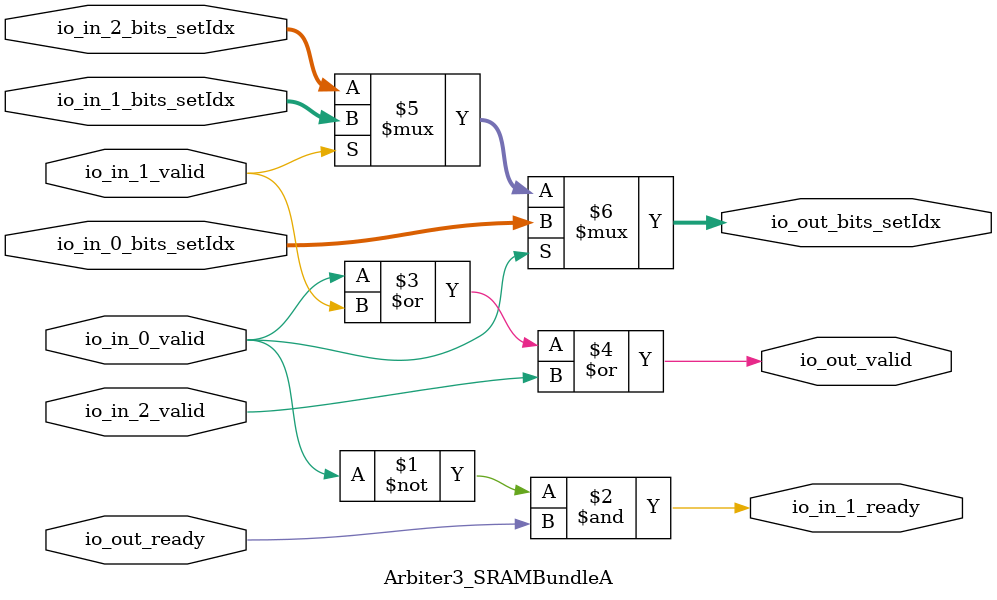
<source format=sv>
`ifndef RANDOMIZE
  `ifdef RANDOMIZE_MEM_INIT
    `define RANDOMIZE
  `endif // RANDOMIZE_MEM_INIT
`endif // not def RANDOMIZE
`ifndef RANDOMIZE
  `ifdef RANDOMIZE_REG_INIT
    `define RANDOMIZE
  `endif // RANDOMIZE_REG_INIT
`endif // not def RANDOMIZE

`ifndef RANDOM
  `define RANDOM $random
`endif // not def RANDOM

// Users can define INIT_RANDOM as general code that gets injected into the
// initializer block for modules with registers.
`ifndef INIT_RANDOM
  `define INIT_RANDOM
`endif // not def INIT_RANDOM

// If using random initialization, you can also define RANDOMIZE_DELAY to
// customize the delay used, otherwise 0.002 is used.
`ifndef RANDOMIZE_DELAY
  `define RANDOMIZE_DELAY 0.002
`endif // not def RANDOMIZE_DELAY

// Define INIT_RANDOM_PROLOG_ for use in our modules below.
`ifndef INIT_RANDOM_PROLOG_
  `ifdef RANDOMIZE
    `ifdef VERILATOR
      `define INIT_RANDOM_PROLOG_ `INIT_RANDOM
    `else  // VERILATOR
      `define INIT_RANDOM_PROLOG_ `INIT_RANDOM #`RANDOMIZE_DELAY begin end
    `endif // VERILATOR
  `else  // RANDOMIZE
    `define INIT_RANDOM_PROLOG_
  `endif // RANDOMIZE
`endif // not def INIT_RANDOM_PROLOG_

// Include register initializers in init blocks unless synthesis is set
`ifndef SYNTHESIS
  `ifndef ENABLE_INITIAL_REG_
    `define ENABLE_INITIAL_REG_
  `endif // not def ENABLE_INITIAL_REG_
`endif // not def SYNTHESIS

// Include rmemory initializers in init blocks unless synthesis is set
`ifndef SYNTHESIS
  `ifndef ENABLE_INITIAL_MEM_
    `define ENABLE_INITIAL_MEM_
  `endif // not def ENABLE_INITIAL_MEM_
`endif // not def SYNTHESIS

// Standard header to adapt well known macros for prints and assertions.

// Users can define 'PRINTF_COND' to add an extra gate to prints.
`ifndef PRINTF_COND_
  `ifdef PRINTF_COND
    `define PRINTF_COND_ (`PRINTF_COND)
  `else  // PRINTF_COND
    `define PRINTF_COND_ 1
  `endif // PRINTF_COND
`endif // not def PRINTF_COND_

// Users can define 'ASSERT_VERBOSE_COND' to add an extra gate to assert error printing.
`ifndef ASSERT_VERBOSE_COND_
  `ifdef ASSERT_VERBOSE_COND
    `define ASSERT_VERBOSE_COND_ (`ASSERT_VERBOSE_COND)
  `else  // ASSERT_VERBOSE_COND
    `define ASSERT_VERBOSE_COND_ 1
  `endif // ASSERT_VERBOSE_COND
`endif // not def ASSERT_VERBOSE_COND_

// Users can define 'STOP_COND' to add an extra gate to stop conditions.
`ifndef STOP_COND_
  `ifdef STOP_COND
    `define STOP_COND_ (`STOP_COND)
  `else  // STOP_COND
    `define STOP_COND_ 1
  `endif // STOP_COND
`endif // not def STOP_COND_

module Arbiter3_SRAMBundleA(	// src/main/scala/chisel3/util/Arbiter.scala:133:7
  input        io_in_0_valid,	// src/main/scala/chisel3/util/Arbiter.scala:140:14
  input  [7:0] io_in_0_bits_setIdx,	// src/main/scala/chisel3/util/Arbiter.scala:140:14
  output       io_in_1_ready,	// src/main/scala/chisel3/util/Arbiter.scala:140:14
  input        io_in_1_valid,	// src/main/scala/chisel3/util/Arbiter.scala:140:14
  input  [7:0] io_in_1_bits_setIdx,	// src/main/scala/chisel3/util/Arbiter.scala:140:14
  input        io_in_2_valid,	// src/main/scala/chisel3/util/Arbiter.scala:140:14
  input  [7:0] io_in_2_bits_setIdx,	// src/main/scala/chisel3/util/Arbiter.scala:140:14
  input        io_out_ready,	// src/main/scala/chisel3/util/Arbiter.scala:140:14
  output       io_out_valid,	// src/main/scala/chisel3/util/Arbiter.scala:140:14
  output [7:0] io_out_bits_setIdx	// src/main/scala/chisel3/util/Arbiter.scala:140:14
);

  assign io_in_1_ready = ~io_in_0_valid & io_out_ready;	// src/main/scala/chisel3/util/Arbiter.scala:45:78, :133:7, :153:19
  assign io_out_valid = io_in_0_valid | io_in_1_valid | io_in_2_valid;	// src/main/scala/chisel3/util/Arbiter.scala:133:7, :154:31
  assign io_out_bits_setIdx =
    io_in_0_valid
      ? io_in_0_bits_setIdx
      : io_in_1_valid ? io_in_1_bits_setIdx : io_in_2_bits_setIdx;	// src/main/scala/chisel3/util/Arbiter.scala:133:7, :143:15, :145:26, :147:19
endmodule


</source>
